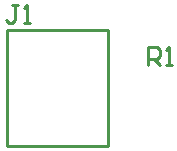
<source format=gto>
G04*
G04 #@! TF.GenerationSoftware,Altium Limited,Altium Designer,20.2.6 (244)*
G04*
G04 Layer_Color=65535*
%FSLAX25Y25*%
%MOIN*%
G70*
G04*
G04 #@! TF.SameCoordinates,A3A763BF-BF39-4C4F-A36C-E8209A154407*
G04*
G04*
G04 #@! TF.FilePolarity,Positive*
G04*
G01*
G75*
%ADD10C,0.01000*%
D10*
X15506Y-28842D02*
Y9900D01*
X-18000Y-28842D02*
X15506D01*
X-18000D02*
Y9900D01*
X15506D01*
X-14500Y17999D02*
X-16499D01*
X-15500D01*
Y13001D01*
X-16499Y12001D01*
X-17499D01*
X-18499Y13001D01*
X-12501Y12001D02*
X-10501D01*
X-11501D01*
Y17999D01*
X-12501Y16999D01*
X28800Y-1785D02*
Y4213D01*
X31799D01*
X32799Y3213D01*
Y1214D01*
X31799Y214D01*
X28800D01*
X30799D02*
X32799Y-1785D01*
X34798D02*
X36797D01*
X35798D01*
Y4213D01*
X34798Y3213D01*
M02*

</source>
